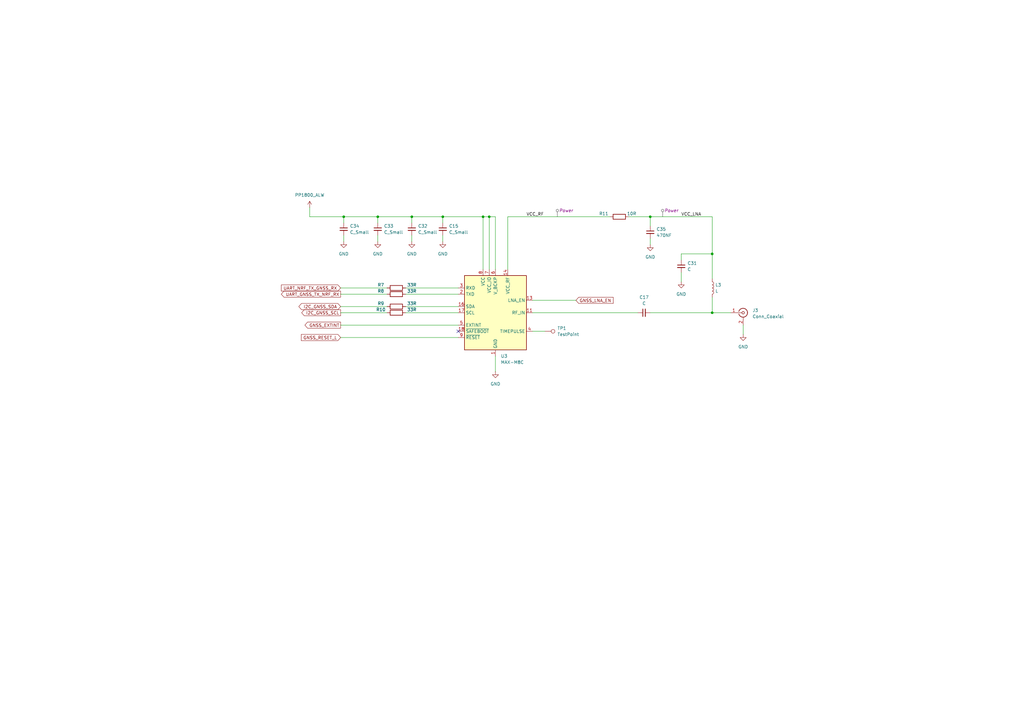
<source format=kicad_sch>
(kicad_sch (version 20231120) (generator "eeschema") (generator_version "8.0")
  (paper "A3")
  (title_block (title "LoRa Meshtastic Radio") (rev "Proto") (comment 1 "Brendan Bleker"))
  (lib_symbols
    (symbol "Connector:Conn_Coaxial" (pin_names (offset 1.016) hide)
      (property "Reference" "J" (at 0.254 3.048 0))
      (property "Value" "Conn_Coaxial" (at 2.921 0 90))
      (symbol "Conn_Coaxial_0_1"
        (arc (start -1.778 -0.508) (mid 0.2311 -1.8066) (end 1.778 0) (stroke (width 0.254)))
        (polyline (pts (xy -2.54 0) (xy -0.508 0)))
        (polyline (pts (xy 0 -2.54) (xy 0 -1.778)))
        (circle (center 0 0) (radius 0.508) (stroke (width 0.2032)))
        (arc (start 1.778 0) (mid 0.2099 1.8101) (end -1.778 0.508) (stroke (width 0.254)))
      )
      (symbol "Conn_Coaxial_1_1"
        (pin passive line (at -5.08 0 0) (length 2.54) (name "In") (number "1"))
        (pin passive line (at 0 -5.08 90) (length 2.54) (name "Ext") (number "2"))
      )
    )
    (symbol "Connector:TestPoint" (pin_numbers hide) (pin_names (offset 0.762) hide)
      (property "Reference" "TP" (at 0 6.858 0))
      (property "Value" "TestPoint" (at 0 5.08 0))
      (symbol "TestPoint_0_1"
        (circle (center 0 3.302) (radius 0.762))
      )
      (symbol "TestPoint_1_1"
        (pin passive line (at 0 0 90) (length 2.54) (name "1") (number "1"))
      )
    )
    (symbol "Device:C_Small" (pin_numbers hide) (pin_names (offset 0.254) hide)
      (property "Reference" "C" (at 0.254 1.778 0))
      (property "Value" "C_Small" (at 0.254 -2.032 0))
      (symbol "C_Small_0_1"
        (polyline (pts (xy -1.524 -0.508) (xy 1.524 -0.508)) (stroke (width 0.3302)))
        (polyline (pts (xy -1.524 0.508) (xy 1.524 0.508)) (stroke (width 0.3048)))
      )
      (symbol "C_Small_1_1"
        (pin passive line (at 0 2.54 270) (length 2.032) (name "~") (number "1"))
        (pin passive line (at 0 -2.54 90) (length 2.032) (name "~") (number "2"))
      )
    )
    (symbol "Device:L" (pin_numbers hide) (pin_names (offset 1.016) hide)
      (property "Reference" "L" (at -1.27 0 90))
      (property "Value" "L" (at 1.905 0 90))
      (symbol "L_0_1"
        (arc (start 0 -2.54) (mid 0.6323 -1.905) (end 0 -1.27))
        (arc (start 0 -1.27) (mid 0.6323 -0.635) (end 0 0))
        (arc (start 0 0) (mid 0.6323 0.635) (end 0 1.27))
        (arc (start 0 1.27) (mid 0.6323 1.905) (end 0 2.54))
      )
      (symbol "L_1_1"
        (pin passive line (at 0 3.81 270) (length 1.27) (name "1") (number "1"))
        (pin passive line (at 0 -3.81 90) (length 1.27) (name "2") (number "2"))
      )
    )
    (symbol "Device:R" (pin_numbers hide) (pin_names (offset 0))
      (property "Reference" "R" (at 2.032 0 90))
      (property "Value" "R" (at 0 0 90))
      (symbol "R_0_1"
        (rectangle (start -1.016 -2.54) (end 1.016 2.54) (stroke (width 0.254)))
      )
      (symbol "R_1_1"
        (pin passive line (at 0 3.81 270) (length 1.27) (name "~") (number "1"))
        (pin passive line (at 0 -3.81 90) (length 1.27) (name "~") (number "2"))
      )
    )
    (symbol "RF_GPS:MAX-M8C"
      (property "Reference" "U" (at -10.16 16.51 0))
      (property "Value" "MAX-M8C" (at 11.43 16.51 0))
      (symbol "MAX-M8C_0_1"
        (rectangle (start 12.7 15.24) (end -12.7 -15.24) (stroke (width 0.254)) (fill (type background)))
      )
      (symbol "MAX-M8C_1_1"
        (pin power_in line (at 0 -17.78 90) (length 2.54) (name "GND") (number "1"))
        (pin passive line (at 0 -17.78 90) (length 2.54) hide (name "GND") (number "10"))
        (pin input line (at 15.24 0 180) (length 2.54) (name "RF_IN") (number "11"))
        (pin passive line (at 0 -17.78 90) (length 2.54) hide (name "GND") (number "12"))
        (pin output line (at 15.24 5.08 180) (length 2.54) (name "LNA_EN") (number "13"))
        (pin power_out line (at 5.08 17.78 270) (length 2.54) (name "VCC_RF") (number "14"))
        (pin no_connect line (at 12.7 -5.08 180) (length 2.54) hide (name "Reserved") (number "15"))
        (pin bidirectional line (at -15.24 2.54 0) (length 2.54) (name "SDA") (number "16"))
        (pin input line (at -15.24 0 0) (length 2.54) (name "SCL") (number "17"))
        (pin input line (at -15.24 -7.62 0) (length 2.54) (name "~{SAFEBOOT}") (number "18"))
        (pin output line (at -15.24 7.62 0) (length 2.54) (name "TXD") (number "2"))
        (pin input line (at -15.24 10.16 0) (length 2.54) (name "RXD") (number "3"))
        (pin output line (at 15.24 -7.62 180) (length 2.54) (name "TIMEPULSE") (number "4"))
        (pin input line (at -15.24 -5.08 0) (length 2.54) (name "EXTINT") (number "5"))
        (pin power_in line (at 0 17.78 270) (length 2.54) (name "V_BCKP") (number "6"))
        (pin power_in line (at -2.54 17.78 270) (length 2.54) (name "VCC_IO") (number "7"))
        (pin power_in line (at -5.08 17.78 270) (length 2.54) (name "VCC") (number "8"))
        (pin input line (at -15.24 -10.16 0) (length 2.54) (name "~{RESET}") (number "9"))
      )
    )
    (symbol "power:GND" (power) (pin_numbers hide) (pin_names (offset 0) hide)
      (property "Value" "GND" (at 0 -3.81 0))
      (symbol "GND_0_1"
        (polyline (pts (xy 0 0) (xy 0 -1.27) (xy 1.27 -1.27) (xy 0 -2.54) (xy -1.27 -1.27) (xy 0 -1.27)))
      )
      (symbol "GND_1_1"
        (pin power_in line (at 0 0 270) (length 0) (name "~") (number "1"))
      )
    )
    (symbol "power:VCC" (power) (pin_numbers hide) (pin_names (offset 0) hide)
      (property "Value" "VCC" (at 0 3.556 0))
      (symbol "VCC_0_1"
        (polyline (pts (xy -0.762 1.27) (xy 0 2.54)))
        (polyline (pts (xy 0 0) (xy 0 2.54)))
        (polyline (pts (xy 0 2.54) (xy 0.762 1.27)))
      )
      (symbol "VCC_1_1"
        (pin power_in line (at 0 0 90) (length 0) (name "~") (number "1"))
      )
    )
  )
  (junction (at 198.12 88.9))
  (junction (at 292.1 104.14))
  (junction (at 181.61 88.9))
  (junction (at 266.7 88.9))
  (junction (at 168.91 88.9))
  (junction (at 154.94 88.9))
  (junction (at 140.97 88.9))
  (junction (at 200.66 88.9))
  (junction (at 292.1 128.27))
  (no_connect (at 187.96 135.89))
  (wire (pts (xy 218.44 128.27) (xy 261.62 128.27)))
  (wire (pts (xy 200.66 110.49) (xy 200.66 88.9)))
  (wire (pts (xy 279.4 104.14) (xy 292.1 104.14)))
  (wire (pts (xy 168.91 88.9) (xy 181.61 88.9)))
  (wire (pts (xy 198.12 88.9) (xy 200.66 88.9)))
  (wire (pts (xy 140.97 96.52) (xy 140.97 99.06)))
  (wire (pts (xy 266.7 97.79) (xy 266.7 100.33)))
  (wire (pts (xy 158.75 128.27) (xy 139.7 128.27)))
  (wire (pts (xy 166.37 118.11) (xy 187.96 118.11)))
  (wire (pts (xy 181.61 96.52) (xy 181.61 99.06)))
  (wire (pts (xy 198.12 88.9) (xy 198.12 110.49)))
  (wire (pts (xy 139.7 138.43) (xy 187.96 138.43)))
  (wire (pts (xy 266.7 88.9) (xy 292.1 88.9)))
  (wire (pts (xy 266.7 128.27) (xy 292.1 128.27)))
  (wire (pts (xy 181.61 91.44) (xy 181.61 88.9)))
  (wire (pts (xy 166.37 125.73) (xy 187.96 125.73)))
  (wire (pts (xy 304.8 133.35) (xy 304.8 137.16)))
  (wire (pts (xy 154.94 88.9) (xy 168.91 88.9)))
  (wire (pts (xy 292.1 114.3) (xy 292.1 104.14)))
  (wire (pts (xy 200.66 88.9) (xy 203.2 88.9)))
  (wire (pts (xy 168.91 91.44) (xy 168.91 88.9)))
  (wire (pts (xy 279.4 106.68) (xy 279.4 104.14)))
  (wire (pts (xy 266.7 88.9) (xy 266.7 92.71)))
  (wire (pts (xy 166.37 120.65) (xy 187.96 120.65)))
  (wire (pts (xy 158.75 125.73) (xy 139.7 125.73)))
  (wire (pts (xy 292.1 104.14) (xy 292.1 88.9)))
  (wire (pts (xy 203.2 110.49) (xy 203.2 88.9)))
  (wire (pts (xy 218.44 123.19) (xy 236.22 123.19)))
  (wire (pts (xy 292.1 128.27) (xy 299.72 128.27)))
  (wire (pts (xy 208.28 110.49) (xy 208.28 88.9)))
  (wire (pts (xy 127 85.09) (xy 127 88.9)))
  (wire (pts (xy 208.28 88.9) (xy 250.19 88.9)))
  (wire (pts (xy 139.7 133.35) (xy 187.96 133.35)))
  (wire (pts (xy 154.94 91.44) (xy 154.94 88.9)))
  (wire (pts (xy 158.75 118.11) (xy 139.7 118.11)))
  (wire (pts (xy 140.97 91.44) (xy 140.97 88.9)))
  (wire (pts (xy 127 88.9) (xy 140.97 88.9)))
  (wire (pts (xy 203.2 146.05) (xy 203.2 152.4)))
  (wire (pts (xy 166.37 128.27) (xy 187.96 128.27)))
  (wire (pts (xy 158.75 120.65) (xy 139.7 120.65)))
  (wire (pts (xy 181.61 88.9) (xy 198.12 88.9)))
  (wire (pts (xy 257.81 88.9) (xy 266.7 88.9)))
  (wire (pts (xy 279.4 111.76) (xy 279.4 115.57)))
  (wire (pts (xy 292.1 121.92) (xy 292.1 128.27)))
  (wire (pts (xy 218.44 135.89) (xy 223.52 135.89)))
  (wire (pts (xy 168.91 96.52) (xy 168.91 99.06)))
  (wire (pts (xy 154.94 96.52) (xy 154.94 99.06)))
  (wire (pts (xy 140.97 88.9) (xy 154.94 88.9)))
  (label "VCC_LNA" (at 279.4 88.9 0))
  (label "VCC_RF" (at 215.9 88.9 0))
  (global_label "GNSS_LNA_EN" (shape input) (at 236.22 123.19 0) (property "Intersheetrefs" "${INTERSHEET_REFS}" (effects (hide yes))))
  (global_label "I2C_GNSS_SDA" (shape bidirectional) (at 139.7 125.73 180) (property "Intersheetrefs" "${INTERSHEET_REFS}" (effects (hide yes))))
  (global_label "I2C_GNSS_SCL" (shape output) (at 139.7 128.27 180) (property "Intersheetrefs" "${INTERSHEET_REFS}" (effects (hide yes))))
  (global_label "GNSS_EXTINT" (shape output) (at 139.7 133.35 180) (property "Intersheetrefs" "${INTERSHEET_REFS}" (effects (hide yes))))
  (global_label "UART_GNSS_TX_NRF_RX" (shape output) (at 139.7 120.65 180) (property "Intersheetrefs" "${INTERSHEET_REFS}" (effects (hide yes))))
  (global_label "GNSS_RESET_L" (shape input) (at 139.7 138.43 180) (property "Intersheetrefs" "${INTERSHEET_REFS}" (effects (hide yes))))
  (global_label "UART_NRF_TX_GNSS_RX" (shape input) (at 139.7 118.11 180) (property "Intersheetrefs" "${INTERSHEET_REFS}" (effects (hide yes))))
  (netclass_flag "" (length 2.54) (shape round) (at 228.6 88.9 0) (property "Netclass" "Power" (at 229.2985 86.36 0) (effects (font (italic yes)) (justify left))))
  (netclass_flag "" (length 2.54) (shape round) (at 271.78 88.9 0) (property "Netclass" "Power" (at 272.4785 86.36 0) (effects (font (italic yes)) (justify left))))
  (symbol (lib_id "power:GND") (at 304.8 137.16 0) (unit 1)
    (property "Reference" "#PWR038" (effects (hide yes)))
    (property "Value" "GND" (at 304.8 142.24 0))
    (property "Description" "Power symbol creates a global label with name \"GND\" , ground" (effects (hide yes)))
  )
  (symbol (lib_id "power:GND") (at 203.2 152.4 0) (unit 1)
    (property "Reference" "#PWR035" (effects (hide yes)))
    (property "Value" "GND" (at 203.2 157.48 0))
    (property "Description" "Power symbol creates a global label with name \"GND\" , ground" (effects (hide yes)))
  )
  (symbol (lib_id "Device:R") (at 162.56 125.73 90) (unit 1)
    (property "Reference" "R9" (at 156.21 124.46 90))
    (property "Value" "33R" (at 168.91 124.46 90))
    (property "Description" "Resistor" (effects (hide yes)))
  )
  (symbol (lib_id "power:GND") (at 140.97 99.06 0) (unit 1)
    (property "Reference" "#PWR061" (effects (hide yes)))
    (property "Value" "GND" (at 140.97 104.14 0))
    (property "Description" "Power symbol creates a global label with name \"GND\" , ground" (effects (hide yes)))
  )
  (symbol (lib_id "Device:R") (at 162.56 118.11 90) (unit 1)
    (property "Reference" "R7" (at 156.21 116.84 90))
    (property "Value" "33R" (at 168.91 116.84 90))
    (property "Description" "Resistor" (effects (hide yes)))
  )
  (symbol (lib_id "Device:C_Small") (at 154.94 93.98 0) (unit 1)
    (property "Reference" "C33" (at 157.48 92.7162 0) (effects (justify left)))
    (property "Value" "C_Small" (at 157.48 95.2562 0) (effects (justify left)))
    (property "Description" "Unpolarized capacitor, small symbol" (effects (hide yes)))
  )
  (symbol (lib_id "Device:C_Small") (at 140.97 93.98 0) (unit 1)
    (property "Reference" "C34" (at 143.51 92.7162 0) (effects (justify left)))
    (property "Value" "C_Small" (at 143.51 95.2562 0) (effects (justify left)))
    (property "Description" "Unpolarized capacitor, small symbol" (effects (hide yes)))
  )
  (symbol (lib_id "power:GND") (at 279.4 115.57 0) (unit 1)
    (property "Reference" "#PWR059" (effects (hide yes)))
    (property "Value" "GND" (at 279.4 120.65 0))
    (property "Description" "Power symbol creates a global label with name \"GND\" , ground" (effects (hide yes)))
  )
  (symbol (lib_id "Device:C_Small") (at 266.7 95.25 0) (unit 1)
    (property "Reference" "C35" (at 269.24 93.9862 0) (effects (justify left)))
    (property "Value" "470NF" (at 269.24 96.5262 0) (effects (justify left)))
    (property "Description" "Unpolarized capacitor, small symbol" (effects (hide yes)))
  )
  (symbol (lib_id "Connector:TestPoint") (at 223.52 135.89 270) (unit 1)
    (property "Reference" "TP1" (at 228.6 134.6199 90) (effects (justify left)))
    (property "Value" "TestPoint" (at 228.6 137.1599 90) (effects (justify left)))
    (property "Description" "test point" (effects (hide yes)))
  )
  (symbol (lib_id "Device:L") (at 292.1 118.11 0) (unit 1)
    (property "Reference" "L3" (at 293.37 116.8399 0) (effects (justify left)))
    (property "Value" "L" (at 293.37 119.3799 0) (effects (justify left)))
    (property "Description" "Inductor" (effects (hide yes)))
  )
  (symbol (lib_id "power:GND") (at 181.61 99.06 0) (unit 1)
    (property "Reference" "#PWR029" (effects (hide yes)))
    (property "Value" "GND" (at 181.61 104.14 0))
    (property "Description" "Power symbol creates a global label with name \"GND\" , ground" (effects (hide yes)))
  )
  (symbol (lib_id "power:GND") (at 266.7 100.33 0) (unit 1)
    (property "Reference" "#PWR062" (effects (hide yes)))
    (property "Value" "GND" (at 266.7 105.41 0))
    (property "Description" "Power symbol creates a global label with name \"GND\" , ground" (effects (hide yes)))
  )
  (symbol (lib_id "Connector:Conn_Coaxial") (at 304.8 128.27 0) (unit 1)
    (property "Reference" "J3" (at 308.61 127.2931 0) (effects (justify left)))
    (property "Value" "Conn_Coaxial" (at 308.61 129.8331 0) (effects (justify left)))
    (property "Datasheet" " ~" (effects (hide yes)))
    (property "Description" "coaxial connector (BNC, SMA, SMB, SMC, Cinch/RCA, LEMO, ...)" (effects (hide yes)))
  )
  (symbol (lib_id "Device:R") (at 162.56 128.27 90) (unit 1)
    (property "Reference" "R10" (at 156.21 127 90))
    (property "Value" "33R" (at 168.91 127 90))
    (property "Description" "Resistor" (effects (hide yes)))
  )
  (symbol (lib_id "Device:R") (at 162.56 120.65 90) (unit 1)
    (property "Reference" "R8" (at 156.21 119.38 90))
    (property "Value" "33R" (at 168.91 119.38 90))
    (property "Description" "Resistor" (effects (hide yes)))
  )
  (symbol (lib_id "power:GND") (at 154.94 99.06 0) (unit 1)
    (property "Reference" "#PWR060" (effects (hide yes)))
    (property "Value" "GND" (at 154.94 104.14 0))
    (property "Description" "Power symbol creates a global label with name \"GND\" , ground" (effects (hide yes)))
  )
  (symbol (lib_id "power:GND") (at 168.91 99.06 0) (unit 1)
    (property "Reference" "#PWR036" (effects (hide yes)))
    (property "Value" "GND" (at 168.91 104.14 0))
    (property "Description" "Power symbol creates a global label with name \"GND\" , ground" (effects (hide yes)))
  )
  (symbol (lib_id "power:VCC") (at 127 85.09 0) (unit 1)
    (property "Reference" "#PWR0401" (effects (hide yes)))
    (property "Value" "PP1800_ALW" (at 127 80.01 0))
    (property "Description" "Power symbol creates a global label with name \"VCC\"" (effects (hide yes)))
  )
  (symbol (lib_id "Device:C_Small") (at 181.61 93.98 0) (unit 1)
    (property "Reference" "C15" (at 184.15 92.7162 0) (effects (justify left)))
    (property "Value" "C_Small" (at 184.15 95.2562 0) (effects (justify left)))
    (property "Description" "Unpolarized capacitor, small symbol" (effects (hide yes)))
  )
  (symbol (lib_id "RF_GPS:MAX-M8C") (at 203.2 128.27 0) (unit 1)
    (property "Reference" "U3" (at 205.3941 146.05 0) (effects (justify left)))
    (property "Value" "MAX-M8C" (at 205.3941 148.59 0) (effects (justify left)))
    (property "Footprint" "RF_GPS:ublox_MAX" (effects (hide yes)))
    (property "Datasheet" "https://www.u-blox.com/sites/default/files/MAX-M8-FW3_DataSheet_%28UBX-15031506%29.pdf" (effects (hide yes)))
    (property "Description" "GNSS Module MAX M8, VCC 1.65V to 3.6V" (effects (hide yes)))
  )
  (symbol (lib_id "Device:C_Small") (at 264.16 128.27 90) (unit 1)
    (property "Reference" "C17" (at 264.1663 121.92 90))
    (property "Value" "C" (at 264.1663 124.46 90))
    (property "Description" "Unpolarized capacitor, small symbol" (effects (hide yes)))
  )
  (symbol (lib_id "Device:R") (at 254 88.9 90) (unit 1)
    (property "Reference" "R11" (at 247.65 87.63 90))
    (property "Value" "10R" (at 259.08 87.63 90))
    (property "Description" "Resistor" (effects (hide yes)))
  )
  (symbol (lib_id "Device:C_Small") (at 168.91 93.98 0) (unit 1)
    (property "Reference" "C32" (at 171.45 92.7162 0) (effects (justify left)))
    (property "Value" "C_Small" (at 171.45 95.2562 0) (effects (justify left)))
    (property "Description" "Unpolarized capacitor, small symbol" (effects (hide yes)))
  )
  (symbol (lib_id "Device:C_Small") (at 279.4 109.22 0) (unit 1)
    (property "Reference" "C31" (at 281.94 107.9562 0) (effects (justify left)))
    (property "Value" "C" (at 281.94 110.4962 0) (effects (justify left)))
    (property "Description" "Unpolarized capacitor, small symbol" (effects (hide yes)))
  )
)
</source>
